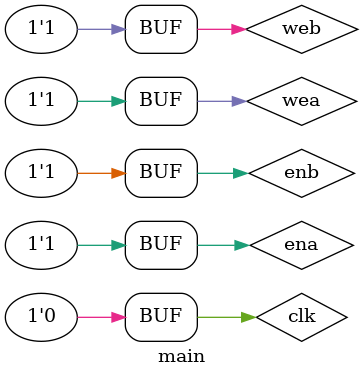
<source format=v>

module main;

   reg ena, wea;
   reg enb, web;

   reg clk;
   reg out = 0;

   always @(posedge clk) begin
      if ((ena == 1) && (wea == 1) &&
	  (enb == 1) && (web == 1))
	out <= 1;
   end

   initial begin
      clk = 0;
      ena = 0;
      enb = 0;
      wea = 0;
      web = 0;

      $monitor("clk=%b: ena=%b, enb=%b, wea=%b, web=%b --> out=%b",
	       clk, ena, enb, wea, web, out);

      #1 clk = 1;
      #1 clk = 0;

      ena = 1;
      enb = 1;

      #1 clk = 1;
      #1 clk = 0;

      wea = 1;
      web = 1;

      #1 clk = 1;
      #1 clk = 0;
   end // initial begin

endmodule // main

</source>
